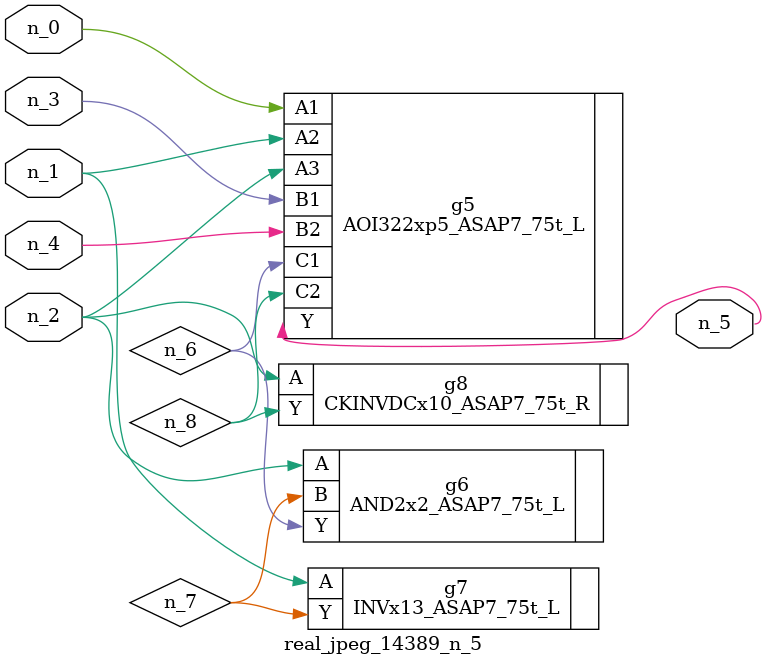
<source format=v>
module real_jpeg_14389_n_5 (n_4, n_0, n_1, n_2, n_3, n_5);

input n_4;
input n_0;
input n_1;
input n_2;
input n_3;

output n_5;

wire n_8;
wire n_6;
wire n_7;

AOI322xp5_ASAP7_75t_L g5 ( 
.A1(n_0),
.A2(n_1),
.A3(n_2),
.B1(n_3),
.B2(n_4),
.C1(n_6),
.C2(n_8),
.Y(n_5)
);

INVx13_ASAP7_75t_L g7 ( 
.A(n_1),
.Y(n_7)
);

AND2x2_ASAP7_75t_L g6 ( 
.A(n_2),
.B(n_7),
.Y(n_6)
);

CKINVDCx10_ASAP7_75t_R g8 ( 
.A(n_2),
.Y(n_8)
);


endmodule
</source>
